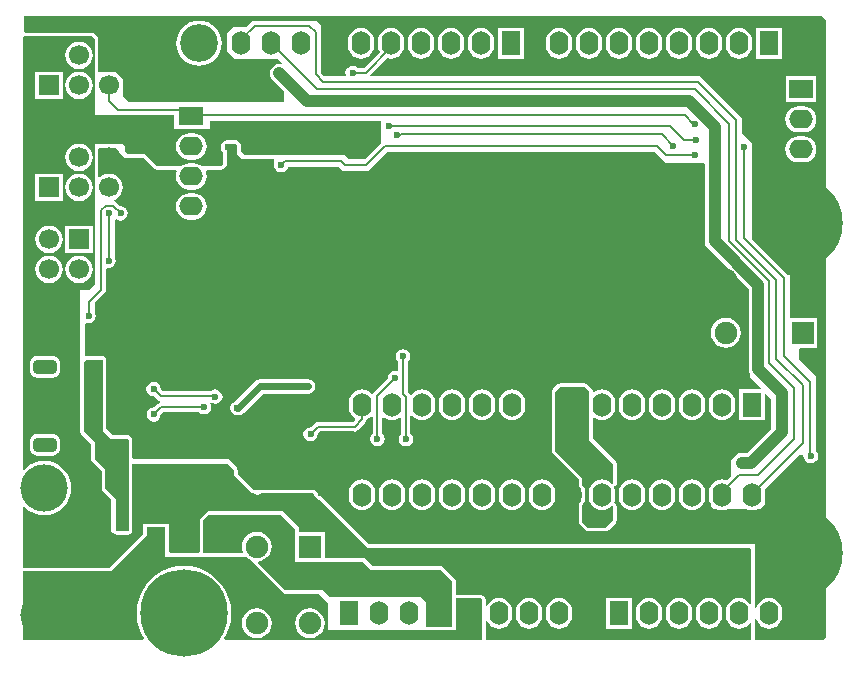
<source format=gbl>
G04*
G04 #@! TF.GenerationSoftware,Altium Limited,Altium Designer,20.1.7 (139)*
G04*
G04 Layer_Physical_Order=2*
G04 Layer_Color=16711680*
%FSLAX44Y44*%
%MOMM*%
G71*
G04*
G04 #@! TF.SameCoordinates,5176B2A9-6DC6-4D15-A643-430D7AC4E40B*
G04*
G04*
G04 #@! TF.FilePolarity,Positive*
G04*
G01*
G75*
%ADD10C,0.2000*%
%ADD16C,0.4000*%
%ADD28R,1.9000X1.9000*%
%ADD67C,1.9000*%
%ADD68R,1.9000X1.9000*%
%ADD75C,0.6000*%
%ADD77C,1.0000*%
%ADD79R,1.6000X2.0000*%
%ADD80O,1.6000X2.0000*%
%ADD81C,3.2000*%
%ADD82C,4.0000*%
%ADD83O,2.0000X1.6000*%
%ADD84R,2.0000X1.6000*%
%ADD85C,7.4000*%
%ADD86C,1.7000*%
%ADD87R,1.7000X1.7000*%
G04:AMPARAMS|DCode=88|XSize=2mm|YSize=1.2mm|CornerRadius=0.36mm|HoleSize=0mm|Usage=FLASHONLY|Rotation=0.000|XOffset=0mm|YOffset=0mm|HoleType=Round|Shape=RoundedRectangle|*
%AMROUNDEDRECTD88*
21,1,2.0000,0.4800,0,0,0.0*
21,1,1.2800,1.2000,0,0,0.0*
1,1,0.7200,0.6400,-0.2400*
1,1,0.7200,-0.6400,-0.2400*
1,1,0.7200,-0.6400,0.2400*
1,1,0.7200,0.6400,0.2400*
%
%ADD88ROUNDEDRECTD88*%
%ADD89C,0.6000*%
%ADD90C,1.0000*%
G36*
X683000Y528000D02*
Y5000D01*
X681000Y3000D01*
X623059D01*
Y16798D01*
X623039Y16897D01*
X623052Y16998D01*
X623000Y17193D01*
Y20545D01*
X624270Y20628D01*
X624283Y20528D01*
X625392Y17852D01*
X627155Y15555D01*
X629453Y13792D01*
X632128Y12683D01*
X635000Y12305D01*
X637872Y12683D01*
X640547Y13792D01*
X642845Y15555D01*
X644609Y17852D01*
X645717Y20528D01*
X646095Y23400D01*
Y27400D01*
X645717Y30272D01*
X644609Y32947D01*
X642845Y35245D01*
X640547Y37009D01*
X637872Y38117D01*
X635000Y38495D01*
X632128Y38117D01*
X629453Y37009D01*
X627155Y35245D01*
X625392Y32947D01*
X624283Y30272D01*
X624270Y30172D01*
X623000Y30255D01*
Y33607D01*
X623052Y33802D01*
X623039Y33903D01*
X623059Y34002D01*
Y80000D01*
X623000Y80295D01*
Y84000D01*
X619296D01*
X619000Y84059D01*
X619000Y84059D01*
X296267D01*
X257061Y123264D01*
X256811Y123432D01*
X256598Y123645D01*
X256320Y123760D01*
X256079Y123921D01*
X252921Y127079D01*
X252760Y127319D01*
X252645Y127598D01*
X252432Y127811D01*
X252264Y128061D01*
X251163Y129163D01*
X250181Y129819D01*
X250000Y130000D01*
X249296D01*
X249000Y130059D01*
X249000Y130059D01*
X205317D01*
X205021Y130000D01*
X204720D01*
X204720Y130000D01*
X199280D01*
X199280Y130000D01*
X198979D01*
X198683Y130059D01*
X198267D01*
X185059Y143267D01*
Y147000D01*
X185059Y147000D01*
X185000Y147296D01*
X185000Y149000D01*
X178000Y156000D01*
X97000Y156000D01*
X96059Y156941D01*
X96059Y172102D01*
X96000Y172396D01*
Y173000D01*
X95850Y173150D01*
X95826Y173273D01*
X95163Y174265D01*
X95162Y174265D01*
X94265Y175163D01*
X94264Y175163D01*
X93272Y175826D01*
X93149Y175851D01*
X93000Y176000D01*
X92399D01*
X92102Y176059D01*
X92101Y176059D01*
X79267Y176059D01*
X74059Y181269D01*
X74058Y240000D01*
X73826Y241171D01*
X73163Y242163D01*
X72170Y242826D01*
X71000Y243059D01*
X57270Y243059D01*
X56624Y243390D01*
X56000Y243941D01*
Y270377D01*
X57270Y271227D01*
X59000Y270882D01*
X61341Y271348D01*
X63326Y272674D01*
X64652Y274659D01*
X65118Y277000D01*
X64652Y279341D01*
X64000Y280317D01*
Y288232D01*
X72384Y296616D01*
X73268Y297939D01*
X73349Y298349D01*
X74000Y299000D01*
Y317279D01*
X74982Y318085D01*
X76000Y317882D01*
X78341Y318348D01*
X80326Y319674D01*
X81652Y321659D01*
X82118Y324000D01*
X81652Y326341D01*
X81000Y327317D01*
Y358597D01*
X82270Y359276D01*
X83659Y358348D01*
X86000Y357882D01*
X88341Y358348D01*
X90326Y359674D01*
X91652Y361659D01*
X92118Y364000D01*
X91652Y366341D01*
X90326Y368326D01*
X88341Y369652D01*
X86000Y370117D01*
X85708Y370060D01*
X82384Y373384D01*
X81061Y374268D01*
X81055Y374269D01*
X80861Y374930D01*
X80925Y375590D01*
X82000Y376035D01*
X84402Y377878D01*
X86245Y380280D01*
X87404Y383078D01*
X87799Y386080D01*
X87404Y389082D01*
X86245Y391880D01*
X84402Y394282D01*
X82000Y396125D01*
X79202Y397284D01*
X76200Y397679D01*
X73198Y397284D01*
X70400Y396125D01*
X68329Y394536D01*
X67059Y395002D01*
Y418059D01*
X68000Y419000D01*
X82000Y419000D01*
X85000Y416000D01*
X90000Y411000D01*
X91705D01*
X92000Y410941D01*
X92000Y410941D01*
X105733D01*
X114837Y401837D01*
X115819Y401181D01*
X116000Y401000D01*
X116704D01*
X117000Y400941D01*
X117000Y400941D01*
X119000D01*
X119000Y400941D01*
X119000Y400941D01*
X133097D01*
X133946Y399671D01*
X133283Y398072D01*
X132905Y395200D01*
X133283Y392328D01*
X134391Y389652D01*
X136155Y387355D01*
X138453Y385592D01*
X141128Y384483D01*
X144000Y384105D01*
X148000D01*
X150872Y384483D01*
X153547Y385592D01*
X155845Y387355D01*
X157608Y389652D01*
X158717Y392328D01*
X159095Y395200D01*
X158717Y398072D01*
X158054Y399671D01*
X158903Y400941D01*
X171000D01*
X171296Y401000D01*
X172000D01*
X172181Y401181D01*
X173163Y401837D01*
X175163Y403837D01*
X175819Y404819D01*
X176000Y405000D01*
Y405704D01*
X176059Y406000D01*
X176059Y406000D01*
Y415457D01*
X176000Y415752D01*
X176000Y416053D01*
X176000Y416053D01*
Y422869D01*
X176108Y422941D01*
X176409D01*
X176705Y423000D01*
X177295D01*
X177591Y422941D01*
X183733D01*
X184941Y421733D01*
Y416000D01*
X184941Y416000D01*
X185000Y415705D01*
Y414000D01*
X189000Y410000D01*
X190705D01*
X191000Y409941D01*
X191000Y409941D01*
X216000D01*
Y405591D01*
X215882Y405000D01*
X216000Y404409D01*
Y403000D01*
X216362Y402638D01*
X217674Y400674D01*
X219637Y399363D01*
X220006Y398994D01*
X221440Y398994D01*
X222000Y398882D01*
X222560Y398994D01*
X223994Y398994D01*
X224362Y399362D01*
X226326Y400674D01*
X227638Y402638D01*
X228000Y403000D01*
X271000Y403000D01*
X274000Y400000D01*
X296000D01*
X312000Y416000D01*
X538500Y416000D01*
X547500Y407000D01*
X571909Y407000D01*
X572500Y406883D01*
X573091Y407000D01*
X579500D01*
X580931Y405569D01*
Y382000D01*
Y340606D01*
X581000Y340084D01*
Y336999D01*
X617931Y300069D01*
Y232000D01*
X618206Y229912D01*
X619000Y227994D01*
Y225000D01*
X627897Y216103D01*
X627411Y214930D01*
X609650D01*
Y188930D01*
X631650D01*
Y210691D01*
X632823Y211177D01*
X637000Y207000D01*
Y181411D01*
X616658Y161069D01*
X612000D01*
X609912Y160794D01*
X607994Y160000D01*
X607960D01*
X607909Y159945D01*
X606294Y158706D01*
X605012Y157035D01*
X604832Y156600D01*
X603000Y154609D01*
X603000Y142000D01*
X599059Y138059D01*
X598122Y138447D01*
X595250Y138825D01*
X592378Y138447D01*
X591300Y138000D01*
X591000D01*
X590788Y137788D01*
X589703Y137338D01*
X587405Y135575D01*
X585642Y133278D01*
X584533Y130602D01*
X584155Y127730D01*
Y123730D01*
X584533Y120858D01*
X585642Y118182D01*
X585998Y117718D01*
X585998Y116002D01*
X588000Y114000D01*
X589996D01*
X592378Y113013D01*
X595250Y112635D01*
X598122Y113013D01*
X600504Y114000D01*
X615396D01*
X617778Y113013D01*
X620650Y112635D01*
X623522Y113013D01*
X625904Y114000D01*
X628000D01*
X632000Y118000D01*
X632000Y131000D01*
X660000Y159000D01*
X664000Y159000D01*
X664500Y156500D01*
X665547Y155452D01*
X666234Y154424D01*
X667263Y153737D01*
X668000Y153000D01*
X668712Y153000D01*
X670560Y152633D01*
X672407Y153000D01*
X673000D01*
X673495Y153495D01*
X674886Y154424D01*
X676212Y156409D01*
X676677Y158750D01*
X676212Y161091D01*
X675000Y162905D01*
X675000Y226000D01*
X660000Y241001D01*
X660000Y249450D01*
X660898Y250348D01*
X675924D01*
Y275348D01*
X653000D01*
Y312000D01*
X650768Y312000D01*
X620500Y342268D01*
X620500Y423500D01*
X612000Y432000D01*
X612000Y445000D01*
X577000Y480000D01*
X298080D01*
X297554Y481270D01*
X311720Y495436D01*
X312088Y495283D01*
X314960Y494905D01*
X317832Y495283D01*
X320507Y496391D01*
X322805Y498155D01*
X324568Y500452D01*
X325677Y503128D01*
X326055Y506000D01*
Y510000D01*
X325677Y512872D01*
X324568Y515547D01*
X322805Y517845D01*
X320507Y519608D01*
X317832Y520717D01*
X314960Y521095D01*
X312088Y520717D01*
X309413Y519608D01*
X307115Y517845D01*
X305352Y515547D01*
X304243Y512872D01*
X303865Y510000D01*
Y506000D01*
X304243Y503128D01*
X305307Y500559D01*
X291827Y487078D01*
X286991D01*
X286826Y487326D01*
X284841Y488652D01*
X282500Y489118D01*
X280159Y488652D01*
X278174Y487326D01*
X277270Y485973D01*
X277270D01*
Y485973D01*
X276848Y485341D01*
X276383Y483000D01*
X276727Y481270D01*
X275944Y480099D01*
X275783Y480000D01*
X258558Y480000D01*
X256000Y482558D01*
Y523000D01*
X252000Y527000D01*
X197000D01*
X192000Y522000D01*
X182000D01*
X176500Y516500D01*
X176500Y501000D01*
X182500Y495000D01*
X187240D01*
X187960Y494905D01*
X188680Y495000D01*
X212639Y495000D01*
X213360Y494905D01*
X214081Y495000D01*
X219000D01*
X222400Y491600D01*
X221807Y490397D01*
X220500Y490569D01*
X218412Y490294D01*
X216465Y489488D01*
X214794Y488206D01*
X213512Y486535D01*
X212706Y484588D01*
X212431Y482500D01*
X212706Y480412D01*
X213512Y478465D01*
X214794Y476794D01*
X224000Y467589D01*
X224000Y458500D01*
X92500Y458500D01*
X88000Y463000D01*
Y478000D01*
X82000Y484000D01*
X76498D01*
X76200Y484039D01*
X75902Y484000D01*
X67059D01*
Y512000D01*
X66826Y513171D01*
X66163Y514163D01*
X64163Y516163D01*
X63181Y516819D01*
X63000Y517000D01*
X62295D01*
X62000Y517059D01*
X62000Y517059D01*
X4941D01*
X4000Y518000D01*
Y531000D01*
X680000D01*
X683000Y528000D01*
D02*
G37*
G36*
X64000Y512000D02*
Y447000D01*
X131000D01*
X131000Y435000D01*
X162000D01*
Y442000D01*
D01*
Y442500D01*
X306500Y442500D01*
X306500Y423500D01*
X293000Y410000D01*
X279000Y410000D01*
X279000D01*
X276000Y413000D01*
X191000D01*
X188000Y416000D01*
Y423000D01*
X185000Y426000D01*
X177591D01*
X177000Y426118D01*
X176409Y426000D01*
X175000D01*
X174638Y425638D01*
X172674Y424326D01*
X171348Y422341D01*
X170882Y420000D01*
X171348Y417659D01*
X172674Y415674D01*
X173000Y415457D01*
Y406000D01*
X171000Y404000D01*
X154601D01*
X153547Y404809D01*
X150872Y405917D01*
X148000Y406295D01*
X144000D01*
X141128Y405917D01*
X138453Y404809D01*
X137399Y404000D01*
X117000D01*
X107000Y414000D01*
X92000D01*
X90000Y416000D01*
Y421000D01*
X88000Y423000D01*
X76802D01*
X76200Y423079D01*
X75598Y423000D01*
X64000D01*
Y304000D01*
X59000Y299000D01*
X52000Y299000D01*
X52000Y238297D01*
X51941Y238000D01*
X51941Y238000D01*
X51941Y179001D01*
X51941Y179000D01*
X52000Y178706D01*
Y178000D01*
X52182Y177818D01*
X52618Y177165D01*
X52837Y176838D01*
X52837Y176837D01*
X52838Y176837D01*
X60941Y168733D01*
X60941Y155971D01*
X60941Y155971D01*
X61000Y155675D01*
Y155000D01*
X61168Y154832D01*
X61174Y154800D01*
X61837Y153808D01*
X70000Y145645D01*
X70000Y130000D01*
X70428Y129572D01*
X70687Y129184D01*
X71083Y128591D01*
X71084Y128591D01*
X78000Y121675D01*
X78000Y95000D01*
X80000Y93000D01*
X80572D01*
X80735Y92837D01*
X81727Y92174D01*
X82898Y91941D01*
X82898Y91941D01*
X92102Y91941D01*
X92102Y91941D01*
X93273Y92174D01*
X94265Y92837D01*
X94428Y93000D01*
X95000D01*
X96000Y94000D01*
Y95602D01*
X96059Y95898D01*
X96059Y95898D01*
X96059Y152000D01*
X177000D01*
X182000Y147000D01*
Y142000D01*
X197000Y127000D01*
X198683D01*
X199659Y126348D01*
X202000Y125883D01*
X204341Y126348D01*
X205317Y127000D01*
X249000D01*
X250102Y125899D01*
X250348Y124659D01*
X251674Y122674D01*
X253659Y121348D01*
X254898Y121102D01*
X295000Y81000D01*
X619000D01*
X620000Y80000D01*
Y34002D01*
X618730Y33571D01*
X617445Y35245D01*
X615147Y37009D01*
X612472Y38117D01*
X609600Y38495D01*
X606728Y38117D01*
X604053Y37009D01*
X601755Y35245D01*
X599991Y32947D01*
X598883Y30272D01*
X598505Y27400D01*
Y23400D01*
X598883Y20528D01*
X599991Y17852D01*
X601755Y15555D01*
X604053Y13792D01*
X606728Y12683D01*
X609600Y12305D01*
X612472Y12683D01*
X615147Y13792D01*
X617445Y15555D01*
X618730Y17229D01*
X620000Y16798D01*
Y3000D01*
X395059D01*
Y18717D01*
X396329Y18970D01*
X396791Y17852D01*
X398555Y15555D01*
X400853Y13792D01*
X403528Y12683D01*
X406400Y12305D01*
X409272Y12683D01*
X411947Y13792D01*
X414245Y15555D01*
X416008Y17852D01*
X417117Y20528D01*
X417495Y23400D01*
Y27400D01*
X417117Y30272D01*
X416008Y32947D01*
X414245Y35245D01*
X411947Y37009D01*
X409272Y38117D01*
X406400Y38495D01*
X403528Y38117D01*
X400853Y37009D01*
X398555Y35245D01*
X396791Y32947D01*
X396329Y31830D01*
X395059Y32083D01*
Y37000D01*
X395059Y37000D01*
X394826Y38170D01*
X394163Y39163D01*
X394163Y39163D01*
X393163Y40163D01*
X392181Y40819D01*
X392000Y41000D01*
X391296D01*
X391000Y41059D01*
X391000Y41059D01*
X370059D01*
Y52000D01*
X369826Y53170D01*
X369163Y54163D01*
X369163Y54163D01*
X359163Y64163D01*
X358181Y64819D01*
X358000Y65000D01*
X357296D01*
X357000Y65059D01*
X357000Y65059D01*
X318591D01*
X318295Y65000D01*
X317705D01*
X317409Y65059D01*
X299441D01*
X292500Y72000D01*
X291297D01*
X291000Y72059D01*
X291000Y72059D01*
X258800Y72059D01*
Y94400D01*
X237059D01*
Y97000D01*
X236826Y98170D01*
X236163Y99163D01*
X236163Y99163D01*
X224163Y111163D01*
X224163Y111163D01*
X223171Y111826D01*
X222000Y112059D01*
X222000Y112059D01*
X161000D01*
X159829Y111826D01*
X158837Y111163D01*
X158837Y111163D01*
X153837Y106163D01*
X153174Y105170D01*
X152941Y104000D01*
X152941Y104000D01*
Y77941D01*
X151500Y76500D01*
X128500D01*
X127200Y77800D01*
Y100831D01*
X127200Y100831D01*
X127200Y101000D01*
X126000Y101000D01*
X125930Y101000D01*
X124295D01*
X124000Y101059D01*
X108898D01*
X108898Y101059D01*
X108603Y101000D01*
X105200D01*
Y101000D01*
X105000D01*
X105000Y97397D01*
X104941Y97102D01*
X104941Y97102D01*
X104941Y92267D01*
X76733Y64059D01*
X3000Y64059D01*
Y115774D01*
X4196Y116202D01*
X4994Y115230D01*
X8496Y112356D01*
X12492Y110220D01*
X16827Y108905D01*
X21336Y108461D01*
X25845Y108905D01*
X30180Y110220D01*
X34176Y112356D01*
X37678Y115230D01*
X40552Y118732D01*
X42688Y122728D01*
X44003Y127063D01*
X44447Y131572D01*
X44003Y136081D01*
X42688Y140416D01*
X40552Y144412D01*
X37678Y147914D01*
X34176Y150788D01*
X30180Y152924D01*
X25845Y154239D01*
X21336Y154683D01*
X16827Y154239D01*
X12492Y152924D01*
X8496Y150788D01*
X4994Y147914D01*
X4196Y146942D01*
X3000Y147369D01*
Y513000D01*
X4000Y514000D01*
X62000D01*
X64000Y512000D01*
D02*
G37*
G36*
X71000Y180002D02*
X78000Y173000D01*
X92102Y173000D01*
X93000Y172102D01*
X93000Y95898D01*
X92102Y95000D01*
X82898Y95000D01*
X82000Y95898D01*
X82000Y122000D01*
X73246Y130754D01*
Y146724D01*
X64000Y155971D01*
X64000Y170000D01*
X55000Y179000D01*
X55000Y238000D01*
X57000Y240000D01*
X71000Y240000D01*
X71000Y180002D01*
D02*
G37*
G36*
X234000Y97000D02*
Y94400D01*
X233800D01*
Y70187D01*
X233800Y69400D01*
X234000Y69000D01*
X234904Y69000D01*
X291000Y69000D01*
X298000Y62000D01*
X317409D01*
X318000Y61883D01*
X318591Y62000D01*
X357000D01*
X367000Y52000D01*
Y38296D01*
X366941Y38000D01*
Y14059D01*
X345000D01*
Y34000D01*
X340000Y39000D01*
X263000D01*
X257000Y45000D01*
X254296D01*
X254000Y45059D01*
X254000Y45059D01*
X225466D01*
X202766Y68340D01*
X203181Y69540D01*
X204563Y69722D01*
X207604Y70981D01*
X210215Y72985D01*
X212219Y75596D01*
X213478Y78637D01*
X213908Y81900D01*
X213478Y85163D01*
X212219Y88204D01*
X210215Y90815D01*
X207604Y92819D01*
X204563Y94078D01*
X201300Y94508D01*
X198037Y94078D01*
X194996Y92819D01*
X192385Y90815D01*
X190381Y88204D01*
X189122Y85163D01*
X188692Y81900D01*
X189122Y78637D01*
X189752Y77115D01*
X189047Y76059D01*
X156000Y76059D01*
Y104000D01*
X161000Y109000D01*
X222000D01*
X234000Y97000D01*
D02*
G37*
G36*
X124000Y73000D02*
X192374Y73000D01*
X192385Y72985D01*
X194996Y70981D01*
X196542Y70341D01*
X224176Y42000D01*
X254000D01*
X262000Y34000D01*
Y11000D01*
X370000D01*
Y38000D01*
X391000D01*
X392000Y37000D01*
Y3000D01*
X174186D01*
X173565Y4108D01*
X175450Y7184D01*
X177860Y13001D01*
X179330Y19123D01*
X179824Y25400D01*
X179330Y31677D01*
X177860Y37799D01*
X175450Y43616D01*
X172161Y48984D01*
X168072Y53772D01*
X163284Y57861D01*
X157916Y61150D01*
X152099Y63560D01*
X145977Y65030D01*
X139700Y65524D01*
X133423Y65030D01*
X127301Y63560D01*
X121484Y61150D01*
X116116Y57861D01*
X111328Y53772D01*
X107239Y48984D01*
X103949Y43616D01*
X101540Y37799D01*
X100070Y31677D01*
X99576Y25400D01*
X100070Y19123D01*
X101540Y13001D01*
X103949Y7184D01*
X105835Y4108D01*
X105214Y3000D01*
X3000D01*
Y61000D01*
X78000Y61000D01*
X108000Y91000D01*
X108000Y97102D01*
X108898Y98000D01*
X124000D01*
Y73000D01*
D02*
G37*
%LPC*%
G36*
X646000Y521000D02*
X624000D01*
Y495000D01*
X646000D01*
Y521000D01*
D02*
G37*
G36*
X427560D02*
X405560D01*
Y495000D01*
X427560D01*
Y521000D01*
D02*
G37*
G36*
X609600Y521095D02*
X606728Y520717D01*
X604053Y519608D01*
X601755Y517845D01*
X599991Y515547D01*
X598883Y512872D01*
X598505Y510000D01*
Y506000D01*
X598883Y503128D01*
X599991Y500452D01*
X601755Y498155D01*
X604053Y496391D01*
X606728Y495283D01*
X609600Y494905D01*
X612472Y495283D01*
X615147Y496391D01*
X617445Y498155D01*
X619208Y500452D01*
X620317Y503128D01*
X620695Y506000D01*
Y510000D01*
X620317Y512872D01*
X619208Y515547D01*
X617445Y517845D01*
X615147Y519608D01*
X612472Y520717D01*
X609600Y521095D01*
D02*
G37*
G36*
X584200D02*
X581328Y520717D01*
X578653Y519608D01*
X576355Y517845D01*
X574591Y515547D01*
X573483Y512872D01*
X573105Y510000D01*
Y506000D01*
X573483Y503128D01*
X574591Y500452D01*
X576355Y498155D01*
X578653Y496391D01*
X581328Y495283D01*
X584200Y494905D01*
X587072Y495283D01*
X589747Y496391D01*
X592045Y498155D01*
X593809Y500452D01*
X594917Y503128D01*
X595295Y506000D01*
Y510000D01*
X594917Y512872D01*
X593809Y515547D01*
X592045Y517845D01*
X589747Y519608D01*
X587072Y520717D01*
X584200Y521095D01*
D02*
G37*
G36*
X558800D02*
X555928Y520717D01*
X553253Y519608D01*
X550955Y517845D01*
X549192Y515547D01*
X548083Y512872D01*
X547705Y510000D01*
Y506000D01*
X548083Y503128D01*
X549192Y500452D01*
X550955Y498155D01*
X553253Y496391D01*
X555928Y495283D01*
X558800Y494905D01*
X561672Y495283D01*
X564347Y496391D01*
X566645Y498155D01*
X568409Y500452D01*
X569517Y503128D01*
X569895Y506000D01*
Y510000D01*
X569517Y512872D01*
X568409Y515547D01*
X566645Y517845D01*
X564347Y519608D01*
X561672Y520717D01*
X558800Y521095D01*
D02*
G37*
G36*
X533400D02*
X530528Y520717D01*
X527853Y519608D01*
X525555Y517845D01*
X523792Y515547D01*
X522683Y512872D01*
X522305Y510000D01*
Y506000D01*
X522683Y503128D01*
X523792Y500452D01*
X525555Y498155D01*
X527853Y496391D01*
X530528Y495283D01*
X533400Y494905D01*
X536272Y495283D01*
X538947Y496391D01*
X541245Y498155D01*
X543008Y500452D01*
X544117Y503128D01*
X544495Y506000D01*
Y510000D01*
X544117Y512872D01*
X543008Y515547D01*
X541245Y517845D01*
X538947Y519608D01*
X536272Y520717D01*
X533400Y521095D01*
D02*
G37*
G36*
X508000D02*
X505128Y520717D01*
X502453Y519608D01*
X500155Y517845D01*
X498391Y515547D01*
X497283Y512872D01*
X496905Y510000D01*
Y506000D01*
X497283Y503128D01*
X498391Y500452D01*
X500155Y498155D01*
X502453Y496391D01*
X505128Y495283D01*
X508000Y494905D01*
X510872Y495283D01*
X513547Y496391D01*
X515845Y498155D01*
X517608Y500452D01*
X518717Y503128D01*
X519095Y506000D01*
Y510000D01*
X518717Y512872D01*
X517608Y515547D01*
X515845Y517845D01*
X513547Y519608D01*
X510872Y520717D01*
X508000Y521095D01*
D02*
G37*
G36*
X482600D02*
X479728Y520717D01*
X477053Y519608D01*
X474755Y517845D01*
X472991Y515547D01*
X471883Y512872D01*
X471505Y510000D01*
Y506000D01*
X471883Y503128D01*
X472991Y500452D01*
X474755Y498155D01*
X477053Y496391D01*
X479728Y495283D01*
X482600Y494905D01*
X485472Y495283D01*
X488147Y496391D01*
X490445Y498155D01*
X492209Y500452D01*
X493317Y503128D01*
X493695Y506000D01*
Y510000D01*
X493317Y512872D01*
X492209Y515547D01*
X490445Y517845D01*
X488147Y519608D01*
X485472Y520717D01*
X482600Y521095D01*
D02*
G37*
G36*
X457200D02*
X454328Y520717D01*
X451653Y519608D01*
X449355Y517845D01*
X447592Y515547D01*
X446483Y512872D01*
X446105Y510000D01*
Y506000D01*
X446483Y503128D01*
X447592Y500452D01*
X449355Y498155D01*
X451653Y496391D01*
X454328Y495283D01*
X457200Y494905D01*
X460072Y495283D01*
X462747Y496391D01*
X465045Y498155D01*
X466809Y500452D01*
X467917Y503128D01*
X468295Y506000D01*
Y510000D01*
X467917Y512872D01*
X466809Y515547D01*
X465045Y517845D01*
X462747Y519608D01*
X460072Y520717D01*
X457200Y521095D01*
D02*
G37*
G36*
X391160D02*
X388288Y520717D01*
X385613Y519608D01*
X383315Y517845D01*
X381552Y515547D01*
X380443Y512872D01*
X380065Y510000D01*
Y506000D01*
X380443Y503128D01*
X381552Y500452D01*
X383315Y498155D01*
X385613Y496391D01*
X388288Y495283D01*
X391160Y494905D01*
X394032Y495283D01*
X396707Y496391D01*
X399005Y498155D01*
X400769Y500452D01*
X401877Y503128D01*
X402255Y506000D01*
Y510000D01*
X401877Y512872D01*
X400769Y515547D01*
X399005Y517845D01*
X396707Y519608D01*
X394032Y520717D01*
X391160Y521095D01*
D02*
G37*
G36*
X365760D02*
X362888Y520717D01*
X360213Y519608D01*
X357915Y517845D01*
X356152Y515547D01*
X355043Y512872D01*
X354665Y510000D01*
Y506000D01*
X355043Y503128D01*
X356152Y500452D01*
X357915Y498155D01*
X360213Y496391D01*
X362888Y495283D01*
X365760Y494905D01*
X368632Y495283D01*
X371307Y496391D01*
X373605Y498155D01*
X375368Y500452D01*
X376477Y503128D01*
X376855Y506000D01*
Y510000D01*
X376477Y512872D01*
X375368Y515547D01*
X373605Y517845D01*
X371307Y519608D01*
X368632Y520717D01*
X365760Y521095D01*
D02*
G37*
G36*
X340360D02*
X337488Y520717D01*
X334813Y519608D01*
X332515Y517845D01*
X330751Y515547D01*
X329643Y512872D01*
X329265Y510000D01*
Y506000D01*
X329643Y503128D01*
X330751Y500452D01*
X332515Y498155D01*
X334813Y496391D01*
X337488Y495283D01*
X340360Y494905D01*
X343232Y495283D01*
X345907Y496391D01*
X348205Y498155D01*
X349968Y500452D01*
X351077Y503128D01*
X351455Y506000D01*
Y510000D01*
X351077Y512872D01*
X349968Y515547D01*
X348205Y517845D01*
X345907Y519608D01*
X343232Y520717D01*
X340360Y521095D01*
D02*
G37*
G36*
X289560D02*
X286688Y520717D01*
X284013Y519608D01*
X281715Y517845D01*
X279951Y515547D01*
X278843Y512872D01*
X278465Y510000D01*
Y506000D01*
X278843Y503128D01*
X279951Y500452D01*
X281715Y498155D01*
X284013Y496391D01*
X286688Y495283D01*
X289560Y494905D01*
X292432Y495283D01*
X295107Y496391D01*
X297405Y498155D01*
X299168Y500452D01*
X300277Y503128D01*
X300655Y506000D01*
Y510000D01*
X300277Y512872D01*
X299168Y515547D01*
X297405Y517845D01*
X295107Y519608D01*
X292432Y520717D01*
X289560Y521095D01*
D02*
G37*
G36*
X152400Y527092D02*
X148675Y526725D01*
X145094Y525639D01*
X141793Y523874D01*
X138900Y521500D01*
X136526Y518607D01*
X134761Y515306D01*
X133675Y511725D01*
X133308Y508000D01*
X133675Y504275D01*
X134761Y500694D01*
X136526Y497393D01*
X138900Y494500D01*
X141793Y492126D01*
X145094Y490361D01*
X148675Y489275D01*
X152400Y488908D01*
X156125Y489275D01*
X159706Y490361D01*
X163007Y492126D01*
X165900Y494500D01*
X168274Y497393D01*
X170039Y500694D01*
X171125Y504275D01*
X171492Y508000D01*
X171125Y511725D01*
X170039Y515306D01*
X168274Y518607D01*
X165900Y521500D01*
X163007Y523874D01*
X159706Y525639D01*
X156125Y526725D01*
X152400Y527092D01*
D02*
G37*
G36*
X675000Y480000D02*
X649000D01*
Y458000D01*
X675000D01*
Y480000D01*
D02*
G37*
G36*
X664000Y454695D02*
X660000D01*
X657128Y454317D01*
X654453Y453209D01*
X652155Y451445D01*
X650391Y449147D01*
X649283Y446472D01*
X648905Y443600D01*
X649283Y440728D01*
X650391Y438052D01*
X652155Y435755D01*
X654453Y433992D01*
X657128Y432883D01*
X660000Y432505D01*
X664000D01*
X666872Y432883D01*
X669548Y433992D01*
X671845Y435755D01*
X673608Y438052D01*
X674717Y440728D01*
X675095Y443600D01*
X674717Y446472D01*
X673608Y449147D01*
X671845Y451445D01*
X669548Y453209D01*
X666872Y454317D01*
X664000Y454695D01*
D02*
G37*
G36*
Y429295D02*
X660000D01*
X657128Y428917D01*
X654453Y427808D01*
X652155Y426045D01*
X650391Y423747D01*
X649283Y421072D01*
X648905Y418200D01*
X649283Y415328D01*
X650391Y412653D01*
X652155Y410355D01*
X654453Y408591D01*
X657128Y407483D01*
X660000Y407105D01*
X664000D01*
X666872Y407483D01*
X669548Y408591D01*
X671845Y410355D01*
X673608Y412653D01*
X674717Y415328D01*
X675095Y418200D01*
X674717Y421072D01*
X673608Y423747D01*
X671845Y426045D01*
X669548Y427808D01*
X666872Y428917D01*
X664000Y429295D01*
D02*
G37*
G36*
X148000Y380895D02*
X144000D01*
X141128Y380517D01*
X138453Y379408D01*
X136155Y377645D01*
X134391Y375348D01*
X133283Y372672D01*
X132905Y369800D01*
X133283Y366928D01*
X134391Y364253D01*
X136155Y361955D01*
X138453Y360191D01*
X141128Y359083D01*
X144000Y358705D01*
X148000D01*
X150872Y359083D01*
X153547Y360191D01*
X155845Y361955D01*
X157608Y364253D01*
X158717Y366928D01*
X159095Y369800D01*
X158717Y372672D01*
X157608Y375348D01*
X155845Y377645D01*
X153547Y379408D01*
X150872Y380517D01*
X148000Y380895D01*
D02*
G37*
G36*
X598424Y275456D02*
X595161Y275026D01*
X592120Y273767D01*
X589509Y271763D01*
X587505Y269152D01*
X586246Y266111D01*
X585816Y262848D01*
X586246Y259585D01*
X587505Y256544D01*
X589509Y253933D01*
X592120Y251929D01*
X595161Y250670D01*
X598424Y250240D01*
X601687Y250670D01*
X604728Y251929D01*
X607339Y253933D01*
X609343Y256544D01*
X610602Y259585D01*
X611032Y262848D01*
X610602Y266111D01*
X609343Y269152D01*
X607339Y271763D01*
X604728Y273767D01*
X601687Y275026D01*
X598424Y275456D01*
D02*
G37*
G36*
X325000Y249118D02*
X322659Y248652D01*
X320674Y247326D01*
X319348Y245341D01*
X318883Y243000D01*
X319348Y240659D01*
X320674Y238674D01*
X320922Y238509D01*
Y231431D01*
X319652Y230389D01*
X318500Y230618D01*
X316159Y230152D01*
X314174Y228826D01*
X312848Y226841D01*
X312383Y224500D01*
X312440Y224208D01*
X300646Y212414D01*
X300069Y211550D01*
X298741Y211371D01*
X298570Y211418D01*
X298295Y211775D01*
X295997Y213538D01*
X293322Y214647D01*
X290450Y215025D01*
X287578Y214647D01*
X284903Y213538D01*
X282605Y211775D01*
X280842Y209478D01*
X279733Y206802D01*
X279355Y203930D01*
Y199930D01*
X279733Y197058D01*
X280842Y194382D01*
X282605Y192085D01*
X284163Y190889D01*
X284330Y189260D01*
X282649Y187578D01*
X253500D01*
X251939Y187268D01*
X250616Y186384D01*
X250616Y186384D01*
X247292Y183060D01*
X247000Y183118D01*
X244659Y182652D01*
X242674Y181326D01*
X241348Y179341D01*
X240882Y177000D01*
X241348Y174659D01*
X242674Y172674D01*
X244659Y171348D01*
X247000Y170882D01*
X249341Y171348D01*
X251326Y172674D01*
X252652Y174659D01*
X253118Y177000D01*
X253060Y177292D01*
X255189Y179422D01*
X283169D01*
X284144Y179228D01*
X285705Y179538D01*
X287028Y180422D01*
X293334Y186728D01*
X293334Y186728D01*
X294218Y188051D01*
X294528Y189612D01*
X294528Y189612D01*
Y189713D01*
X295997Y190322D01*
X298182Y191998D01*
X299097Y191813D01*
X299452Y191692D01*
Y177465D01*
X299204Y177300D01*
X297878Y175315D01*
X297412Y172974D01*
X297878Y170633D01*
X299204Y168648D01*
X301189Y167322D01*
X303530Y166856D01*
X305871Y167322D01*
X307856Y168648D01*
X309182Y170633D01*
X309648Y172974D01*
X309182Y175315D01*
X307856Y177300D01*
X307608Y177465D01*
Y190788D01*
X308878Y191414D01*
X310303Y190322D01*
X312978Y189213D01*
X315850Y188835D01*
X318722Y189213D01*
X321397Y190322D01*
X322133Y190886D01*
X323272Y190324D01*
Y177206D01*
X322008Y175315D01*
X321543Y172974D01*
X322008Y170633D01*
X323334Y168648D01*
X325319Y167322D01*
X327660Y166856D01*
X330001Y167322D01*
X331986Y168648D01*
X333312Y170633D01*
X333778Y172974D01*
X333312Y175315D01*
X331986Y177300D01*
X331428Y177672D01*
Y192574D01*
X332698Y193005D01*
X333405Y192085D01*
X335703Y190322D01*
X338378Y189213D01*
X341250Y188835D01*
X344122Y189213D01*
X346797Y190322D01*
X349095Y192085D01*
X350858Y194382D01*
X351967Y197058D01*
X352345Y199930D01*
Y203930D01*
X351967Y206802D01*
X350858Y209478D01*
X349095Y211775D01*
X346797Y213538D01*
X344122Y214647D01*
X341250Y215025D01*
X338378Y214647D01*
X335703Y213538D01*
X333405Y211775D01*
X332377Y210436D01*
X332020Y210384D01*
X330894Y210589D01*
X330234Y211577D01*
X330234Y211577D01*
X329078Y212733D01*
Y238509D01*
X329326Y238674D01*
X330652Y240659D01*
X331118Y243000D01*
X330652Y245341D01*
X329326Y247326D01*
X327341Y248652D01*
X325000Y249118D01*
D02*
G37*
G36*
X114074Y221529D02*
X111733Y221063D01*
X109748Y219737D01*
X108422Y217752D01*
X107956Y215411D01*
X108422Y213070D01*
X109748Y211085D01*
X111733Y209759D01*
X114074Y209294D01*
X114181Y209315D01*
X117109Y206388D01*
X117109Y206388D01*
X118432Y205504D01*
X119711Y205249D01*
Y203954D01*
X118774Y203768D01*
X117451Y202884D01*
X117451Y202884D01*
X114410Y199842D01*
X114118Y199900D01*
X111777Y199435D01*
X109792Y198109D01*
X108466Y196124D01*
X108000Y193783D01*
X108466Y191442D01*
X109792Y189457D01*
X111777Y188131D01*
X114118Y187665D01*
X116459Y188131D01*
X118444Y189457D01*
X119770Y191442D01*
X120236Y193783D01*
X120177Y194075D01*
X122024Y195922D01*
X152209D01*
X152374Y195674D01*
X154359Y194348D01*
X156700Y193883D01*
X159041Y194348D01*
X161026Y195674D01*
X162352Y197659D01*
X162817Y200000D01*
X162352Y202341D01*
X161930Y202972D01*
X162846Y203888D01*
X163899Y203184D01*
X166240Y202718D01*
X168581Y203184D01*
X170566Y204510D01*
X171892Y206495D01*
X172358Y208836D01*
X171892Y211177D01*
X170566Y213162D01*
X168581Y214488D01*
X166240Y214953D01*
X163899Y214488D01*
X162196Y213350D01*
X121682D01*
X120097Y214935D01*
X120192Y215411D01*
X119726Y217752D01*
X118400Y219737D01*
X116415Y221063D01*
X114074Y221529D01*
D02*
G37*
G36*
X244602Y223542D02*
X204224D01*
X201883Y223076D01*
X199898Y221750D01*
X182836Y204687D01*
X182659Y204652D01*
X180674Y203326D01*
X179348Y201341D01*
X178883Y199000D01*
X179348Y196659D01*
X180674Y194674D01*
X182659Y193348D01*
X185000Y192882D01*
X185800D01*
X188141Y193348D01*
X190126Y194674D01*
X206758Y211306D01*
X244602D01*
X246943Y211772D01*
X248928Y213098D01*
X250254Y215083D01*
X250720Y217424D01*
X250254Y219765D01*
X248928Y221750D01*
X246943Y223076D01*
X244602Y223542D01*
D02*
G37*
G36*
X595250Y215025D02*
X592378Y214647D01*
X589703Y213538D01*
X587405Y211775D01*
X585642Y209478D01*
X584533Y206802D01*
X584155Y203930D01*
Y199930D01*
X584533Y197058D01*
X585642Y194382D01*
X587405Y192085D01*
X589703Y190322D01*
X592378Y189213D01*
X595250Y188835D01*
X598122Y189213D01*
X600797Y190322D01*
X603095Y192085D01*
X604859Y194382D01*
X605967Y197058D01*
X606345Y199930D01*
Y203930D01*
X605967Y206802D01*
X604859Y209478D01*
X603095Y211775D01*
X600797Y213538D01*
X598122Y214647D01*
X595250Y215025D01*
D02*
G37*
G36*
X569850D02*
X566978Y214647D01*
X564303Y213538D01*
X562005Y211775D01*
X560242Y209478D01*
X559133Y206802D01*
X558755Y203930D01*
Y199930D01*
X559133Y197058D01*
X560242Y194382D01*
X562005Y192085D01*
X564303Y190322D01*
X566978Y189213D01*
X569850Y188835D01*
X572722Y189213D01*
X575397Y190322D01*
X577695Y192085D01*
X579459Y194382D01*
X580567Y197058D01*
X580945Y199930D01*
Y203930D01*
X580567Y206802D01*
X579459Y209478D01*
X577695Y211775D01*
X575397Y213538D01*
X572722Y214647D01*
X569850Y215025D01*
D02*
G37*
G36*
X544450D02*
X541578Y214647D01*
X538903Y213538D01*
X536605Y211775D01*
X534841Y209478D01*
X533733Y206802D01*
X533355Y203930D01*
Y199930D01*
X533733Y197058D01*
X534841Y194382D01*
X536605Y192085D01*
X538903Y190322D01*
X541578Y189213D01*
X544450Y188835D01*
X547322Y189213D01*
X549997Y190322D01*
X552295Y192085D01*
X554058Y194382D01*
X555167Y197058D01*
X555545Y199930D01*
Y203930D01*
X555167Y206802D01*
X554058Y209478D01*
X552295Y211775D01*
X549997Y213538D01*
X547322Y214647D01*
X544450Y215025D01*
D02*
G37*
G36*
X519050D02*
X516178Y214647D01*
X513503Y213538D01*
X511205Y211775D01*
X509441Y209478D01*
X508333Y206802D01*
X507955Y203930D01*
Y199930D01*
X508333Y197058D01*
X509441Y194382D01*
X511205Y192085D01*
X513503Y190322D01*
X516178Y189213D01*
X519050Y188835D01*
X521922Y189213D01*
X524597Y190322D01*
X526895Y192085D01*
X528658Y194382D01*
X529767Y197058D01*
X530145Y199930D01*
Y203930D01*
X529767Y206802D01*
X528658Y209478D01*
X526895Y211775D01*
X524597Y213538D01*
X521922Y214647D01*
X519050Y215025D01*
D02*
G37*
G36*
X458000Y220059D02*
X456830Y219826D01*
X455837Y219163D01*
X455837Y219163D01*
X451837Y215163D01*
X451174Y214170D01*
X450941Y213000D01*
X450941Y213000D01*
X450941Y163000D01*
X451174Y161829D01*
X451837Y160837D01*
X451837Y160837D01*
X473941Y138733D01*
X473941Y134396D01*
X474019Y134004D01*
X474045Y133604D01*
X474135Y133424D01*
X474174Y133226D01*
X474397Y132893D01*
X474573Y132534D01*
X475187Y131735D01*
X475987Y129803D01*
X476286Y127529D01*
Y123931D01*
X475987Y121657D01*
X475187Y119725D01*
X474574Y118926D01*
X474397Y118567D01*
X474174Y118235D01*
X474135Y118037D01*
X474046Y117856D01*
X474019Y117456D01*
X473941Y117064D01*
X473941Y103000D01*
X474174Y101830D01*
X474837Y100837D01*
X474837Y100837D01*
X479837Y95837D01*
X480830Y95174D01*
X482000Y94941D01*
X482000Y94941D01*
X497000Y94941D01*
X497000Y94941D01*
X498171Y95174D01*
X499163Y95837D01*
X499163Y95837D01*
X505163Y101837D01*
X505826Y102829D01*
X506059Y104000D01*
X506059Y104000D01*
Y115870D01*
X506039Y115970D01*
X506052Y116070D01*
X505923Y116552D01*
X505826Y117041D01*
X505770Y117125D01*
X505743Y117223D01*
X505440Y117618D01*
X505163Y118033D01*
X505078Y118089D01*
X505017Y118170D01*
X504585Y118419D01*
X504170Y118696D01*
X503966Y119891D01*
X504367Y120858D01*
X504745Y123730D01*
Y127730D01*
X504367Y130602D01*
X503966Y131569D01*
X504170Y132764D01*
X504585Y133041D01*
X505017Y133290D01*
X505078Y133371D01*
X505163Y133427D01*
X505440Y133842D01*
X505743Y134237D01*
X505770Y134335D01*
X505826Y134419D01*
X505923Y134908D01*
X506052Y135390D01*
X506039Y135490D01*
X506059Y135590D01*
Y152000D01*
X506059Y152000D01*
X505826Y153170D01*
X505163Y154163D01*
X486059Y173267D01*
X486059Y190454D01*
X487198Y191016D01*
X488103Y190322D01*
X490778Y189213D01*
X493650Y188835D01*
X496522Y189213D01*
X499197Y190322D01*
X501495Y192085D01*
X503259Y194382D01*
X504367Y197058D01*
X504745Y199930D01*
Y203930D01*
X504367Y206802D01*
X503259Y209478D01*
X501495Y211775D01*
X499197Y213538D01*
X496522Y214647D01*
X493650Y215025D01*
X490778Y214647D01*
X488103Y213538D01*
X487274Y212903D01*
X487136Y212914D01*
X485960Y213496D01*
X485826Y214171D01*
X485163Y215163D01*
X485163Y215163D01*
X481163Y219163D01*
X480171Y219826D01*
X479000Y220059D01*
X479000Y220059D01*
X458000Y220059D01*
X458000Y220059D01*
D02*
G37*
G36*
X417450Y215025D02*
X414578Y214647D01*
X411903Y213538D01*
X409605Y211775D01*
X407841Y209478D01*
X406733Y206802D01*
X406355Y203930D01*
Y199930D01*
X406733Y197058D01*
X407841Y194382D01*
X409605Y192085D01*
X411903Y190322D01*
X414578Y189213D01*
X417450Y188835D01*
X420322Y189213D01*
X422997Y190322D01*
X425295Y192085D01*
X427058Y194382D01*
X428167Y197058D01*
X428545Y199930D01*
Y203930D01*
X428167Y206802D01*
X427058Y209478D01*
X425295Y211775D01*
X422997Y213538D01*
X420322Y214647D01*
X417450Y215025D01*
D02*
G37*
G36*
X392050D02*
X389178Y214647D01*
X386503Y213538D01*
X384205Y211775D01*
X382441Y209478D01*
X381333Y206802D01*
X380955Y203930D01*
Y199930D01*
X381333Y197058D01*
X382441Y194382D01*
X384205Y192085D01*
X386503Y190322D01*
X389178Y189213D01*
X392050Y188835D01*
X394922Y189213D01*
X397597Y190322D01*
X399895Y192085D01*
X401659Y194382D01*
X402767Y197058D01*
X403145Y199930D01*
Y203930D01*
X402767Y206802D01*
X401659Y209478D01*
X399895Y211775D01*
X397597Y213538D01*
X394922Y214647D01*
X392050Y215025D01*
D02*
G37*
G36*
X366650D02*
X363778Y214647D01*
X361103Y213538D01*
X358805Y211775D01*
X357042Y209478D01*
X355933Y206802D01*
X355555Y203930D01*
Y199930D01*
X355933Y197058D01*
X357042Y194382D01*
X358805Y192085D01*
X361103Y190322D01*
X363778Y189213D01*
X366650Y188835D01*
X369522Y189213D01*
X372197Y190322D01*
X374495Y192085D01*
X376259Y194382D01*
X377367Y197058D01*
X377745Y199930D01*
Y203930D01*
X377367Y206802D01*
X376259Y209478D01*
X374495Y211775D01*
X372197Y213538D01*
X369522Y214647D01*
X366650Y215025D01*
D02*
G37*
G36*
X569850Y138825D02*
X566978Y138447D01*
X564303Y137338D01*
X562005Y135575D01*
X560242Y133278D01*
X559133Y130602D01*
X558755Y127730D01*
Y123730D01*
X559133Y120858D01*
X560242Y118182D01*
X562005Y115885D01*
X564303Y114122D01*
X566978Y113013D01*
X569850Y112635D01*
X572722Y113013D01*
X575397Y114122D01*
X577695Y115885D01*
X579459Y118182D01*
X580567Y120858D01*
X580945Y123730D01*
Y127730D01*
X580567Y130602D01*
X579459Y133278D01*
X577695Y135575D01*
X575397Y137338D01*
X572722Y138447D01*
X569850Y138825D01*
D02*
G37*
G36*
X544450D02*
X541578Y138447D01*
X538903Y137338D01*
X536605Y135575D01*
X534841Y133278D01*
X533733Y130602D01*
X533355Y127730D01*
Y123730D01*
X533733Y120858D01*
X534841Y118182D01*
X536605Y115885D01*
X538903Y114122D01*
X541578Y113013D01*
X544450Y112635D01*
X547322Y113013D01*
X549997Y114122D01*
X552295Y115885D01*
X554058Y118182D01*
X555167Y120858D01*
X555545Y123730D01*
Y127730D01*
X555167Y130602D01*
X554058Y133278D01*
X552295Y135575D01*
X549997Y137338D01*
X547322Y138447D01*
X544450Y138825D01*
D02*
G37*
G36*
X519050D02*
X516178Y138447D01*
X513503Y137338D01*
X511205Y135575D01*
X509441Y133278D01*
X508333Y130602D01*
X507955Y127730D01*
Y123730D01*
X508333Y120858D01*
X509441Y118182D01*
X511205Y115885D01*
X513503Y114122D01*
X516178Y113013D01*
X519050Y112635D01*
X521922Y113013D01*
X524597Y114122D01*
X526895Y115885D01*
X528658Y118182D01*
X529767Y120858D01*
X530145Y123730D01*
Y127730D01*
X529767Y130602D01*
X528658Y133278D01*
X526895Y135575D01*
X524597Y137338D01*
X521922Y138447D01*
X519050Y138825D01*
D02*
G37*
G36*
X442850D02*
X439978Y138447D01*
X437303Y137338D01*
X435005Y135575D01*
X433242Y133278D01*
X432133Y130602D01*
X431755Y127730D01*
Y123730D01*
X432133Y120858D01*
X433242Y118182D01*
X435005Y115885D01*
X437303Y114122D01*
X439978Y113013D01*
X442850Y112635D01*
X445722Y113013D01*
X448397Y114122D01*
X450695Y115885D01*
X452458Y118182D01*
X453567Y120858D01*
X453945Y123730D01*
Y127730D01*
X453567Y130602D01*
X452458Y133278D01*
X450695Y135575D01*
X448397Y137338D01*
X445722Y138447D01*
X442850Y138825D01*
D02*
G37*
G36*
X417450D02*
X414578Y138447D01*
X411903Y137338D01*
X409605Y135575D01*
X407841Y133278D01*
X406733Y130602D01*
X406355Y127730D01*
Y123730D01*
X406733Y120858D01*
X407841Y118182D01*
X409605Y115885D01*
X411903Y114122D01*
X414578Y113013D01*
X417450Y112635D01*
X420322Y113013D01*
X422997Y114122D01*
X425295Y115885D01*
X427058Y118182D01*
X428167Y120858D01*
X428545Y123730D01*
Y127730D01*
X428167Y130602D01*
X427058Y133278D01*
X425295Y135575D01*
X422997Y137338D01*
X420322Y138447D01*
X417450Y138825D01*
D02*
G37*
G36*
X392050D02*
X389178Y138447D01*
X386503Y137338D01*
X384205Y135575D01*
X382441Y133278D01*
X381333Y130602D01*
X380955Y127730D01*
Y123730D01*
X381333Y120858D01*
X382441Y118182D01*
X384205Y115885D01*
X386503Y114122D01*
X389178Y113013D01*
X392050Y112635D01*
X394922Y113013D01*
X397597Y114122D01*
X399895Y115885D01*
X401659Y118182D01*
X402767Y120858D01*
X403145Y123730D01*
Y127730D01*
X402767Y130602D01*
X401659Y133278D01*
X399895Y135575D01*
X397597Y137338D01*
X394922Y138447D01*
X392050Y138825D01*
D02*
G37*
G36*
X366650D02*
X363778Y138447D01*
X361103Y137338D01*
X358805Y135575D01*
X357042Y133278D01*
X355933Y130602D01*
X355555Y127730D01*
Y123730D01*
X355933Y120858D01*
X357042Y118182D01*
X358805Y115885D01*
X361103Y114122D01*
X363778Y113013D01*
X366650Y112635D01*
X369522Y113013D01*
X372197Y114122D01*
X374495Y115885D01*
X376259Y118182D01*
X377367Y120858D01*
X377745Y123730D01*
Y127730D01*
X377367Y130602D01*
X376259Y133278D01*
X374495Y135575D01*
X372197Y137338D01*
X369522Y138447D01*
X366650Y138825D01*
D02*
G37*
G36*
X341250D02*
X338378Y138447D01*
X335703Y137338D01*
X333405Y135575D01*
X331642Y133278D01*
X330533Y130602D01*
X330155Y127730D01*
Y123730D01*
X330533Y120858D01*
X331642Y118182D01*
X333405Y115885D01*
X335703Y114122D01*
X338378Y113013D01*
X341250Y112635D01*
X344122Y113013D01*
X346797Y114122D01*
X349095Y115885D01*
X350858Y118182D01*
X351967Y120858D01*
X352345Y123730D01*
Y127730D01*
X351967Y130602D01*
X350858Y133278D01*
X349095Y135575D01*
X346797Y137338D01*
X344122Y138447D01*
X341250Y138825D01*
D02*
G37*
G36*
X315850D02*
X312978Y138447D01*
X310303Y137338D01*
X308005Y135575D01*
X306241Y133278D01*
X305133Y130602D01*
X304755Y127730D01*
Y123730D01*
X305133Y120858D01*
X306241Y118182D01*
X308005Y115885D01*
X310303Y114122D01*
X312978Y113013D01*
X315850Y112635D01*
X318722Y113013D01*
X321397Y114122D01*
X323695Y115885D01*
X325458Y118182D01*
X326567Y120858D01*
X326945Y123730D01*
Y127730D01*
X326567Y130602D01*
X325458Y133278D01*
X323695Y135575D01*
X321397Y137338D01*
X318722Y138447D01*
X315850Y138825D01*
D02*
G37*
G36*
X290450D02*
X287578Y138447D01*
X284903Y137338D01*
X282605Y135575D01*
X280842Y133278D01*
X279733Y130602D01*
X279355Y127730D01*
Y123730D01*
X279733Y120858D01*
X280842Y118182D01*
X282605Y115885D01*
X284903Y114122D01*
X287578Y113013D01*
X290450Y112635D01*
X293322Y113013D01*
X295997Y114122D01*
X298295Y115885D01*
X300058Y118182D01*
X301167Y120858D01*
X301545Y123730D01*
Y127730D01*
X301167Y130602D01*
X300058Y133278D01*
X298295Y135575D01*
X295997Y137338D01*
X293322Y138447D01*
X290450Y138825D01*
D02*
G37*
%LPD*%
G36*
X479000Y217000D02*
X483000Y213000D01*
X483000Y206963D01*
X482933Y206802D01*
X482555Y203930D01*
Y199930D01*
X482933Y197058D01*
X483000Y196897D01*
X483000Y172000D01*
X503000Y152000D01*
Y135590D01*
X501797Y135182D01*
X501495Y135575D01*
X499197Y137338D01*
X496522Y138447D01*
X493650Y138825D01*
X490778Y138447D01*
X488103Y137338D01*
X485805Y135575D01*
X484041Y133278D01*
X482933Y130602D01*
X482555Y127730D01*
Y123730D01*
X482933Y120858D01*
X484041Y118182D01*
X485805Y115885D01*
X488103Y114122D01*
X490778Y113013D01*
X493650Y112635D01*
X496522Y113013D01*
X499197Y114122D01*
X501495Y115885D01*
X501797Y116278D01*
X503000Y115870D01*
Y104000D01*
X497000Y98000D01*
X482000Y98000D01*
X477000Y103000D01*
X477000Y117064D01*
X477859Y118182D01*
X478967Y120858D01*
X479345Y123730D01*
Y127730D01*
X478967Y130602D01*
X477859Y133278D01*
X477000Y134396D01*
X477000Y140000D01*
X454000Y163000D01*
X454000Y213000D01*
X458000Y217000D01*
X479000Y217000D01*
D02*
G37*
%LPC*%
G36*
X50800Y509439D02*
X47798Y509044D01*
X45000Y507885D01*
X42598Y506042D01*
X40755Y503640D01*
X39596Y500842D01*
X39201Y497840D01*
X39596Y494838D01*
X40755Y492040D01*
X42598Y489638D01*
X45000Y487795D01*
X47798Y486636D01*
X50800Y486241D01*
X53802Y486636D01*
X56600Y487795D01*
X59002Y489638D01*
X60845Y492040D01*
X62004Y494838D01*
X62399Y497840D01*
X62004Y500842D01*
X60845Y503640D01*
X59002Y506042D01*
X56600Y507885D01*
X53802Y509044D01*
X50800Y509439D01*
D02*
G37*
G36*
X36900Y483940D02*
X13900D01*
Y460940D01*
X36900D01*
Y483940D01*
D02*
G37*
G36*
X50800Y484039D02*
X47798Y483644D01*
X45000Y482485D01*
X42598Y480642D01*
X40755Y478240D01*
X39596Y475442D01*
X39201Y472440D01*
X39596Y469438D01*
X40755Y466640D01*
X42598Y464238D01*
X45000Y462395D01*
X47798Y461236D01*
X50800Y460841D01*
X53802Y461236D01*
X56600Y462395D01*
X59002Y464238D01*
X60845Y466640D01*
X62004Y469438D01*
X62399Y472440D01*
X62004Y475442D01*
X60845Y478240D01*
X59002Y480642D01*
X56600Y482485D01*
X53802Y483644D01*
X50800Y484039D01*
D02*
G37*
G36*
X148000Y431695D02*
X144000D01*
X141128Y431317D01*
X138453Y430209D01*
X136155Y428445D01*
X134391Y426147D01*
X133283Y423472D01*
X132905Y420600D01*
X133283Y417728D01*
X134391Y415052D01*
X136155Y412755D01*
X138453Y410992D01*
X141128Y409883D01*
X144000Y409505D01*
X148000D01*
X150872Y409883D01*
X153547Y410992D01*
X155845Y412755D01*
X157608Y415052D01*
X158717Y417728D01*
X159095Y420600D01*
X158717Y423472D01*
X157608Y426147D01*
X155845Y428445D01*
X153547Y430209D01*
X150872Y431317D01*
X148000Y431695D01*
D02*
G37*
G36*
X50800Y423079D02*
X47798Y422684D01*
X45000Y421525D01*
X42598Y419682D01*
X40755Y417280D01*
X39596Y414482D01*
X39201Y411480D01*
X39596Y408478D01*
X40755Y405680D01*
X42598Y403278D01*
X45000Y401435D01*
X47798Y400276D01*
X50800Y399881D01*
X53802Y400276D01*
X56600Y401435D01*
X59002Y403278D01*
X60845Y405680D01*
X62004Y408478D01*
X62399Y411480D01*
X62004Y414482D01*
X60845Y417280D01*
X59002Y419682D01*
X56600Y421525D01*
X53802Y422684D01*
X50800Y423079D01*
D02*
G37*
G36*
X36900Y397580D02*
X13900D01*
Y374580D01*
X36900D01*
Y397580D01*
D02*
G37*
G36*
X50800Y397679D02*
X47798Y397284D01*
X45000Y396125D01*
X42598Y394282D01*
X40755Y391880D01*
X39596Y389082D01*
X39201Y386080D01*
X39596Y383078D01*
X40755Y380280D01*
X42598Y377878D01*
X45000Y376035D01*
X47798Y374876D01*
X50800Y374481D01*
X53802Y374876D01*
X56600Y376035D01*
X59002Y377878D01*
X60845Y380280D01*
X62004Y383078D01*
X62399Y386080D01*
X62004Y389082D01*
X60845Y391880D01*
X59002Y394282D01*
X56600Y396125D01*
X53802Y397284D01*
X50800Y397679D01*
D02*
G37*
G36*
X62300Y353500D02*
X39300D01*
Y330500D01*
X62300D01*
Y353500D01*
D02*
G37*
G36*
X25400Y353599D02*
X22398Y353204D01*
X19600Y352045D01*
X17198Y350202D01*
X15355Y347800D01*
X14196Y345002D01*
X13801Y342000D01*
X14196Y338998D01*
X15355Y336200D01*
X17198Y333798D01*
X19600Y331955D01*
X22398Y330796D01*
X25400Y330401D01*
X28402Y330796D01*
X31200Y331955D01*
X33602Y333798D01*
X35445Y336200D01*
X36604Y338998D01*
X36999Y342000D01*
X36604Y345002D01*
X35445Y347800D01*
X33602Y350202D01*
X31200Y352045D01*
X28402Y353204D01*
X25400Y353599D01*
D02*
G37*
G36*
X50800Y328199D02*
X47798Y327804D01*
X45000Y326645D01*
X42598Y324802D01*
X40755Y322400D01*
X39596Y319602D01*
X39201Y316600D01*
X39596Y313598D01*
X40755Y310800D01*
X42598Y308398D01*
X45000Y306555D01*
X47798Y305396D01*
X50800Y305001D01*
X53802Y305396D01*
X56600Y306555D01*
X59002Y308398D01*
X60845Y310800D01*
X62004Y313598D01*
X62399Y316600D01*
X62004Y319602D01*
X60845Y322400D01*
X59002Y324802D01*
X56600Y326645D01*
X53802Y327804D01*
X50800Y328199D01*
D02*
G37*
G36*
X25400D02*
X22398Y327804D01*
X19600Y326645D01*
X17198Y324802D01*
X15355Y322400D01*
X14196Y319602D01*
X13801Y316600D01*
X14196Y313598D01*
X15355Y310800D01*
X17198Y308398D01*
X19600Y306555D01*
X22398Y305396D01*
X25400Y305001D01*
X28402Y305396D01*
X31200Y306555D01*
X33602Y308398D01*
X35445Y310800D01*
X36604Y313598D01*
X36999Y316600D01*
X36604Y319602D01*
X35445Y322400D01*
X33602Y324802D01*
X31200Y326645D01*
X28402Y327804D01*
X25400Y328199D01*
D02*
G37*
G36*
X28395Y243057D02*
X15595D01*
X13872Y242830D01*
X12266Y242165D01*
X10888Y241107D01*
X9830Y239729D01*
X9165Y238123D01*
X8938Y236400D01*
Y231600D01*
X9165Y229877D01*
X9830Y228272D01*
X10888Y226893D01*
X12266Y225835D01*
X13872Y225170D01*
X15595Y224943D01*
X28395D01*
X30118Y225170D01*
X31723Y225835D01*
X33102Y226893D01*
X34160Y228272D01*
X34825Y229877D01*
X35052Y231600D01*
Y236400D01*
X34825Y238123D01*
X34160Y239729D01*
X33102Y241107D01*
X31723Y242165D01*
X30118Y242830D01*
X28395Y243057D01*
D02*
G37*
G36*
Y177057D02*
X15595D01*
X13872Y176830D01*
X12266Y176165D01*
X10888Y175107D01*
X9830Y173729D01*
X9165Y172123D01*
X8938Y170400D01*
Y165600D01*
X9165Y163877D01*
X9830Y162271D01*
X10888Y160893D01*
X12266Y159835D01*
X13872Y159170D01*
X15595Y158943D01*
X28395D01*
X30118Y159170D01*
X31723Y159835D01*
X33102Y160893D01*
X34160Y162271D01*
X34825Y163877D01*
X35052Y165600D01*
Y170400D01*
X34825Y172123D01*
X34160Y173729D01*
X33102Y175107D01*
X31723Y176165D01*
X30118Y176830D01*
X28395Y177057D01*
D02*
G37*
G36*
X519000Y38400D02*
X497000D01*
Y12400D01*
X519000D01*
Y38400D01*
D02*
G37*
G36*
X584200Y38495D02*
X581328Y38117D01*
X578653Y37009D01*
X576355Y35245D01*
X574591Y32947D01*
X573483Y30272D01*
X573105Y27400D01*
Y23400D01*
X573483Y20528D01*
X574591Y17852D01*
X576355Y15555D01*
X578653Y13792D01*
X581328Y12683D01*
X584200Y12305D01*
X587072Y12683D01*
X589747Y13792D01*
X592045Y15555D01*
X593809Y17852D01*
X594917Y20528D01*
X595295Y23400D01*
Y27400D01*
X594917Y30272D01*
X593809Y32947D01*
X592045Y35245D01*
X589747Y37009D01*
X587072Y38117D01*
X584200Y38495D01*
D02*
G37*
G36*
X558800D02*
X555928Y38117D01*
X553253Y37009D01*
X550955Y35245D01*
X549192Y32947D01*
X548083Y30272D01*
X547705Y27400D01*
Y23400D01*
X548083Y20528D01*
X549192Y17852D01*
X550955Y15555D01*
X553253Y13792D01*
X555928Y12683D01*
X558800Y12305D01*
X561672Y12683D01*
X564347Y13792D01*
X566645Y15555D01*
X568409Y17852D01*
X569517Y20528D01*
X569895Y23400D01*
Y27400D01*
X569517Y30272D01*
X568409Y32947D01*
X566645Y35245D01*
X564347Y37009D01*
X561672Y38117D01*
X558800Y38495D01*
D02*
G37*
G36*
X533400D02*
X530528Y38117D01*
X527853Y37009D01*
X525555Y35245D01*
X523792Y32947D01*
X522683Y30272D01*
X522305Y27400D01*
Y23400D01*
X522683Y20528D01*
X523792Y17852D01*
X525555Y15555D01*
X527853Y13792D01*
X530528Y12683D01*
X533400Y12305D01*
X536272Y12683D01*
X538947Y13792D01*
X541245Y15555D01*
X543008Y17852D01*
X544117Y20528D01*
X544495Y23400D01*
Y27400D01*
X544117Y30272D01*
X543008Y32947D01*
X541245Y35245D01*
X538947Y37009D01*
X536272Y38117D01*
X533400Y38495D01*
D02*
G37*
G36*
X457200D02*
X454328Y38117D01*
X451653Y37009D01*
X449355Y35245D01*
X447592Y32947D01*
X446483Y30272D01*
X446105Y27400D01*
Y23400D01*
X446483Y20528D01*
X447592Y17852D01*
X449355Y15555D01*
X451653Y13792D01*
X454328Y12683D01*
X457200Y12305D01*
X460072Y12683D01*
X462747Y13792D01*
X465045Y15555D01*
X466809Y17852D01*
X467917Y20528D01*
X468295Y23400D01*
Y27400D01*
X467917Y30272D01*
X466809Y32947D01*
X465045Y35245D01*
X462747Y37009D01*
X460072Y38117D01*
X457200Y38495D01*
D02*
G37*
G36*
X431800D02*
X428928Y38117D01*
X426253Y37009D01*
X423955Y35245D01*
X422192Y32947D01*
X421083Y30272D01*
X420705Y27400D01*
Y23400D01*
X421083Y20528D01*
X422192Y17852D01*
X423955Y15555D01*
X426253Y13792D01*
X428928Y12683D01*
X431800Y12305D01*
X434672Y12683D01*
X437347Y13792D01*
X439645Y15555D01*
X441409Y17852D01*
X442517Y20528D01*
X442895Y23400D01*
Y27400D01*
X442517Y30272D01*
X441409Y32947D01*
X439645Y35245D01*
X437347Y37009D01*
X434672Y38117D01*
X431800Y38495D01*
D02*
G37*
G36*
X246300Y29508D02*
X243037Y29078D01*
X239996Y27819D01*
X237385Y25815D01*
X235381Y23204D01*
X234122Y20163D01*
X233692Y16900D01*
X234122Y13637D01*
X235381Y10596D01*
X237385Y7985D01*
X239996Y5981D01*
X243037Y4722D01*
X246300Y4292D01*
X249563Y4722D01*
X252604Y5981D01*
X255215Y7985D01*
X257219Y10596D01*
X258478Y13637D01*
X258908Y16900D01*
X258478Y20163D01*
X257219Y23204D01*
X255215Y25815D01*
X252604Y27819D01*
X249563Y29078D01*
X246300Y29508D01*
D02*
G37*
G36*
X201300D02*
X198037Y29078D01*
X194996Y27819D01*
X192385Y25815D01*
X190381Y23204D01*
X189122Y20163D01*
X188692Y16900D01*
X189122Y13637D01*
X190381Y10596D01*
X192385Y7985D01*
X194996Y5981D01*
X198037Y4722D01*
X201300Y4292D01*
X204563Y4722D01*
X207604Y5981D01*
X210215Y7985D01*
X212219Y10596D01*
X213478Y13637D01*
X213908Y16900D01*
X213478Y20163D01*
X212219Y23204D01*
X210215Y25815D01*
X207604Y27819D01*
X204563Y29078D01*
X201300Y29508D01*
D02*
G37*
%LPD*%
D10*
X188331Y511331D02*
X199500Y522500D01*
X245850D01*
X251206Y517144D01*
X188331Y508927D02*
Y511331D01*
X551000Y438000D02*
X563000Y426000D01*
X573500D01*
X571000Y440000D02*
X572000D01*
X564000Y447000D02*
X571000Y440000D01*
X76200Y458800D02*
X83500Y451500D01*
X140500D01*
X76200Y458800D02*
Y472440D01*
X140500Y451500D02*
X145000Y447000D01*
X213360Y508000D02*
X252360Y469000D01*
X572000D01*
X303530Y209530D02*
X318500Y224500D01*
X303530Y172974D02*
Y209530D01*
X327350Y173284D02*
Y208693D01*
Y173284D02*
X327660Y172974D01*
X325000Y211043D02*
Y243000D01*
Y211043D02*
X327350Y208693D01*
X282500Y483000D02*
X293516D01*
X314960Y504444D01*
X284144Y183306D02*
X290450Y189612D01*
X253500Y183500D02*
X283950D01*
X284144Y183306D01*
X247000Y177000D02*
X253500Y183500D01*
X614000Y343000D02*
Y420500D01*
Y343000D02*
X648000Y309000D01*
X548000Y413000D02*
X572500D01*
X540000Y421000D02*
X548000Y413000D01*
X251206Y481584D02*
X257716Y475074D01*
X251206Y481584D02*
Y517144D01*
X213360Y508000D02*
Y508000D01*
X147000Y447000D02*
X564000D01*
X146000Y446000D02*
X147000Y447000D01*
X572000Y469000D02*
X601000Y440000D01*
X257716Y475074D02*
X574921D01*
X607000Y442995D01*
X655998Y172998D02*
Y216002D01*
X625368Y142368D02*
X655998Y172998D01*
X635000Y237000D02*
X655998Y216002D01*
X607000Y341698D02*
X641000Y307698D01*
X601000Y340627D02*
Y440000D01*
X641000Y241000D02*
Y307698D01*
X648000Y243000D02*
Y309000D01*
X635000Y237000D02*
Y306627D01*
X607000Y341698D02*
Y442995D01*
X601000Y340627D02*
X635000Y306627D01*
X648000Y243000D02*
X670000Y221000D01*
X641000Y241000D02*
X663688Y218312D01*
X609888Y142368D02*
X625368D01*
X313000Y438000D02*
X551000D01*
X663688Y169404D02*
Y218312D01*
X670000Y159310D02*
X670560Y158750D01*
X670000Y159310D02*
Y221000D01*
X544000Y431000D02*
X554000Y421000D01*
X319947Y431000D02*
X320373Y430574D01*
X322695D01*
X323121Y431000D01*
X544000D01*
X294000Y405000D02*
X310000Y421000D01*
X540000D01*
X595250Y127730D02*
X609888Y142368D01*
X276000Y405000D02*
X294000D01*
X273000Y408000D02*
X276000Y405000D01*
X222000D02*
X222257D01*
X225257Y408000D01*
X273000D01*
X79500Y370500D02*
X86000Y364000D01*
X73308Y370500D02*
X79500D01*
X69500Y366692D02*
X73308Y370500D01*
X69500Y299500D02*
Y366692D01*
X76000Y324000D02*
Y364000D01*
X59000Y289000D02*
X69500Y299500D01*
X59000Y277000D02*
Y289000D01*
X620650Y126366D02*
X663688Y169404D01*
X595250Y125730D02*
Y127730D01*
X290450Y189612D02*
Y201930D01*
X114118Y193783D02*
X120335Y200000D01*
X156700D01*
X114074Y215190D02*
X119993Y209272D01*
X114074Y215190D02*
Y215411D01*
X119993Y209272D02*
X165802D01*
X314960Y504444D02*
Y508000D01*
X620650Y125730D02*
Y126366D01*
D16*
X93160Y497840D02*
X106000Y485000D01*
Y462000D02*
Y485000D01*
X76200Y497840D02*
X93160D01*
X54000Y525000D02*
X60688D01*
X63754Y528066D01*
X76200Y497840D02*
X77000Y498640D01*
X680168Y140000D02*
X680214Y139954D01*
X660765Y107235D02*
X662000Y106000D01*
X660765Y153695D02*
X661130Y154061D01*
X77000Y498640D02*
Y528000D01*
X660400Y355600D02*
X661912Y354088D01*
Y309360D02*
X663424Y307848D01*
D28*
X246300Y81900D02*
D03*
D67*
X598424Y262848D02*
D03*
Y307848D02*
D03*
X663424D02*
D03*
X246300Y16900D02*
D03*
X201300D02*
D03*
Y81900D02*
D03*
D68*
X663424Y262848D02*
D03*
D75*
X185000Y199000D02*
X185800D01*
X204224Y217424D01*
X244602D01*
D77*
X589000Y340606D02*
Y437142D01*
X567142Y459000D02*
X589000Y437142D01*
X244000Y459000D02*
X567142D01*
X220500Y482500D02*
X244000Y459000D01*
X589000Y340606D02*
X626000Y303606D01*
Y232000D02*
Y303606D01*
X646000Y179000D02*
Y212000D01*
X626000Y232000D02*
X646000Y212000D01*
X620000Y153000D02*
X646000Y179000D01*
X612000Y153000D02*
X620000D01*
D79*
X416560Y508000D02*
D03*
X279400Y25400D02*
D03*
X635000Y508000D02*
D03*
X508000Y25400D02*
D03*
X116200Y88000D02*
D03*
X620650Y201930D02*
D03*
D80*
X187960Y508000D02*
D03*
X213360D02*
D03*
X238760D02*
D03*
X264160D02*
D03*
X289560D02*
D03*
X314960D02*
D03*
X340360D02*
D03*
X365760D02*
D03*
X391160D02*
D03*
X431800Y25400D02*
D03*
X330200D02*
D03*
X381000D02*
D03*
X406400D02*
D03*
X355600D02*
D03*
X304800D02*
D03*
X457200D02*
D03*
X482600Y508000D02*
D03*
X584200D02*
D03*
X533400D02*
D03*
X508000D02*
D03*
X558800D02*
D03*
X609600D02*
D03*
X457200D02*
D03*
X533400Y25400D02*
D03*
X584200D02*
D03*
X635000D02*
D03*
X609600D02*
D03*
X558800D02*
D03*
X167000Y88000D02*
D03*
X141600D02*
D03*
X595250Y201930D02*
D03*
X569850D02*
D03*
X544450D02*
D03*
X519050D02*
D03*
X493650D02*
D03*
X468250D02*
D03*
X442850D02*
D03*
X417450D02*
D03*
X392050D02*
D03*
X366650D02*
D03*
X341250D02*
D03*
X315850D02*
D03*
X290450D02*
D03*
X620650Y125730D02*
D03*
X595250D02*
D03*
X569850D02*
D03*
X544450D02*
D03*
X519050D02*
D03*
X493650D02*
D03*
X468250D02*
D03*
X442850D02*
D03*
X417450D02*
D03*
X392050D02*
D03*
X366650D02*
D03*
X341250D02*
D03*
X315850D02*
D03*
X290450D02*
D03*
D81*
X152400Y508000D02*
D03*
D82*
X21336Y23876D02*
D03*
Y131572D02*
D03*
D83*
X146000Y395200D02*
D03*
Y369800D02*
D03*
Y420600D02*
D03*
X662000Y418200D02*
D03*
Y443600D02*
D03*
D84*
X146000Y446000D02*
D03*
X662000Y469000D02*
D03*
D85*
X139700Y25400D02*
D03*
X660400Y76200D02*
D03*
Y355600D02*
D03*
D86*
X76200Y497840D02*
D03*
X50800D02*
D03*
X25400D02*
D03*
X76200Y472440D02*
D03*
X50800D02*
D03*
X76200Y411480D02*
D03*
X50800D02*
D03*
X25400D02*
D03*
X76200Y386080D02*
D03*
X50800D02*
D03*
X25400Y342000D02*
D03*
X50800Y316600D02*
D03*
X25400D02*
D03*
D87*
Y472440D02*
D03*
Y386080D02*
D03*
X50800Y342000D02*
D03*
D88*
X21995Y234000D02*
D03*
Y168000D02*
D03*
D89*
X155448Y272288D02*
D03*
X103378Y250937D02*
D03*
X572000Y440000D02*
D03*
X573500Y426000D02*
D03*
X106000Y171000D02*
D03*
X168500Y176000D02*
D03*
Y185000D02*
D03*
Y167500D02*
D03*
X124500Y171000D02*
D03*
X115000D02*
D03*
Y162000D02*
D03*
X283000Y438000D02*
D03*
X283210Y417576D02*
D03*
X244500Y437500D02*
D03*
X477000Y252000D02*
D03*
X397000D02*
D03*
X318500Y224500D02*
D03*
X325000Y243000D02*
D03*
X305500Y96000D02*
D03*
X285500Y337500D02*
D03*
X258654Y221500D02*
D03*
X282500Y483000D02*
D03*
X247000Y177000D02*
D03*
X626000Y182000D02*
D03*
X320000Y430000D02*
D03*
X614000Y420500D02*
D03*
X572500Y413000D02*
D03*
X571000Y387500D02*
D03*
X614500Y73750D02*
D03*
X615000Y56750D02*
D03*
X399000Y97750D02*
D03*
X407750Y88500D02*
D03*
X318000Y68000D02*
D03*
X45000Y437000D02*
D03*
X52000Y427000D02*
D03*
X36000D02*
D03*
X206000Y405000D02*
D03*
X185000Y199000D02*
D03*
X313000Y438000D02*
D03*
X554000Y421000D02*
D03*
X446000Y218000D02*
D03*
X222000Y405000D02*
D03*
X195000Y432000D02*
D03*
X86000Y364000D02*
D03*
X76000Y324000D02*
D03*
Y364000D02*
D03*
X59000Y277000D02*
D03*
X571500Y402000D02*
D03*
X243000Y203000D02*
D03*
X349000Y88000D02*
D03*
X408750Y108750D02*
D03*
X456750Y114750D02*
D03*
X483250Y102250D02*
D03*
X54000Y525000D02*
D03*
X177000Y420000D02*
D03*
X167000Y412000D02*
D03*
X202000Y132000D02*
D03*
X256000Y127000D02*
D03*
X87500Y110900D02*
D03*
X59690Y234442D02*
D03*
X59622Y220127D02*
D03*
X159000Y176000D02*
D03*
X77237Y226702D02*
D03*
X192024Y140716D02*
D03*
X318000Y77000D02*
D03*
X680214Y139954D02*
D03*
X661130Y154061D02*
D03*
X462534Y43180D02*
D03*
X81280Y291084D02*
D03*
X80772Y252476D02*
D03*
X230361Y332977D02*
D03*
X140716Y234950D02*
D03*
X205994Y227584D02*
D03*
X179832Y206502D02*
D03*
X228346Y250952D02*
D03*
X214630Y288036D02*
D03*
X153162Y139700D02*
D03*
X78232Y182626D02*
D03*
X41378Y286185D02*
D03*
X244602Y217424D02*
D03*
X87300Y99800D02*
D03*
X156700Y200000D02*
D03*
X166240Y208836D02*
D03*
X114118Y193783D02*
D03*
X114074Y215411D02*
D03*
X670560Y158750D02*
D03*
X327660Y172974D02*
D03*
X303530D02*
D03*
D90*
X220500Y482500D02*
D03*
X612000Y153000D02*
D03*
M02*

</source>
